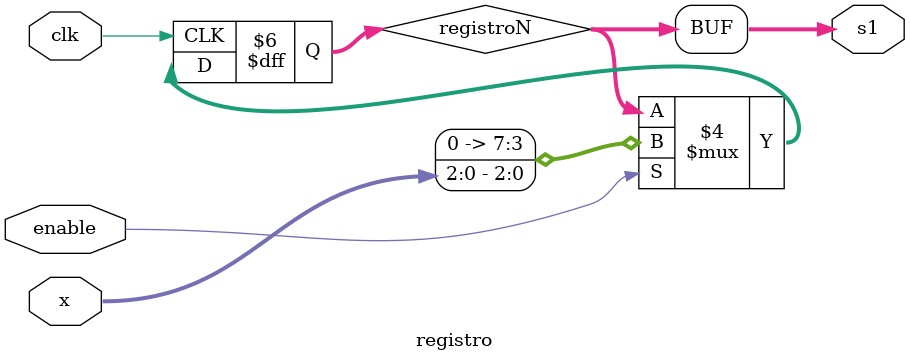
<source format=sv>
module registro(output [7:0]s1, input [N:0]x, input clk, input enable);

  parameter N=2;

  reg [7:0] registroN;

  initial
    begin
      registroN=0;
    end

  always@(posedge clk)
    begin
      if(enable)
        registroN=x;
    end
  assign
    s1=registroN;
endmodule

</source>
